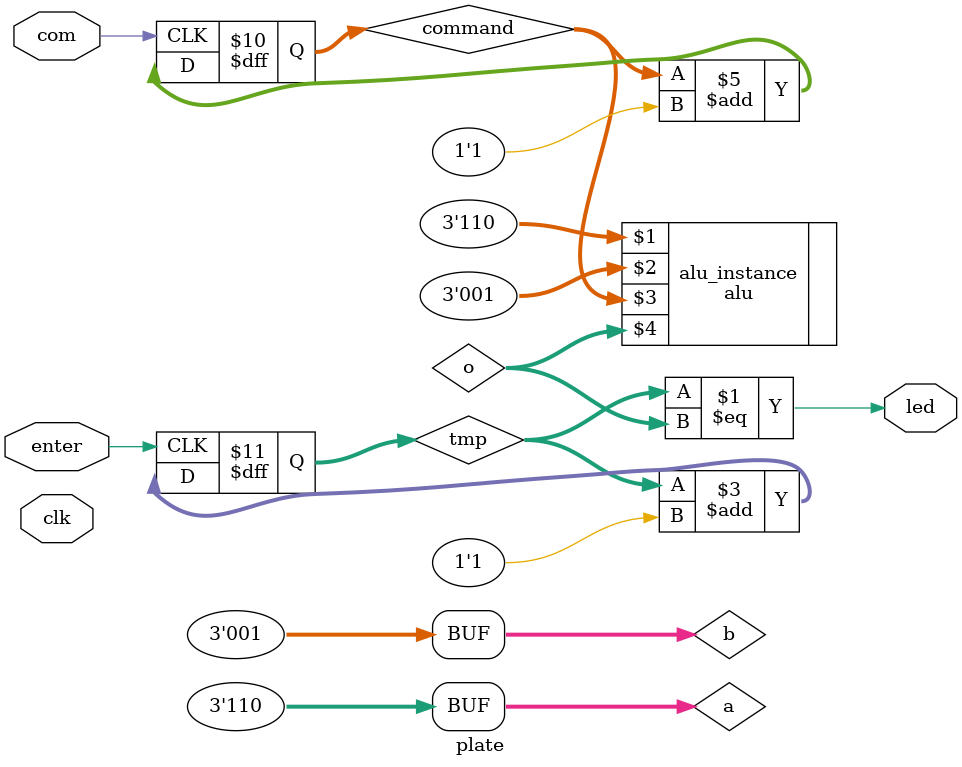
<source format=v>
module plate(
    input wire clk,
    input wire com,
    input wire enter,
    output wire led
);


reg [2:0] command = 3'b001;
wire [2:0] o;
reg [2:0] tmp = 3'b000;

assign led = tmp == o;

reg [2:0] a = 6;
reg [2:0] b = 1;

alu  alu_instance(a, b, command, o);

always @ (posedge enter) begin
  tmp <= tmp + 1'b1;
end

always @ (posedge com) begin
  command <= command + 1'b1;
end

endmodule

</source>
